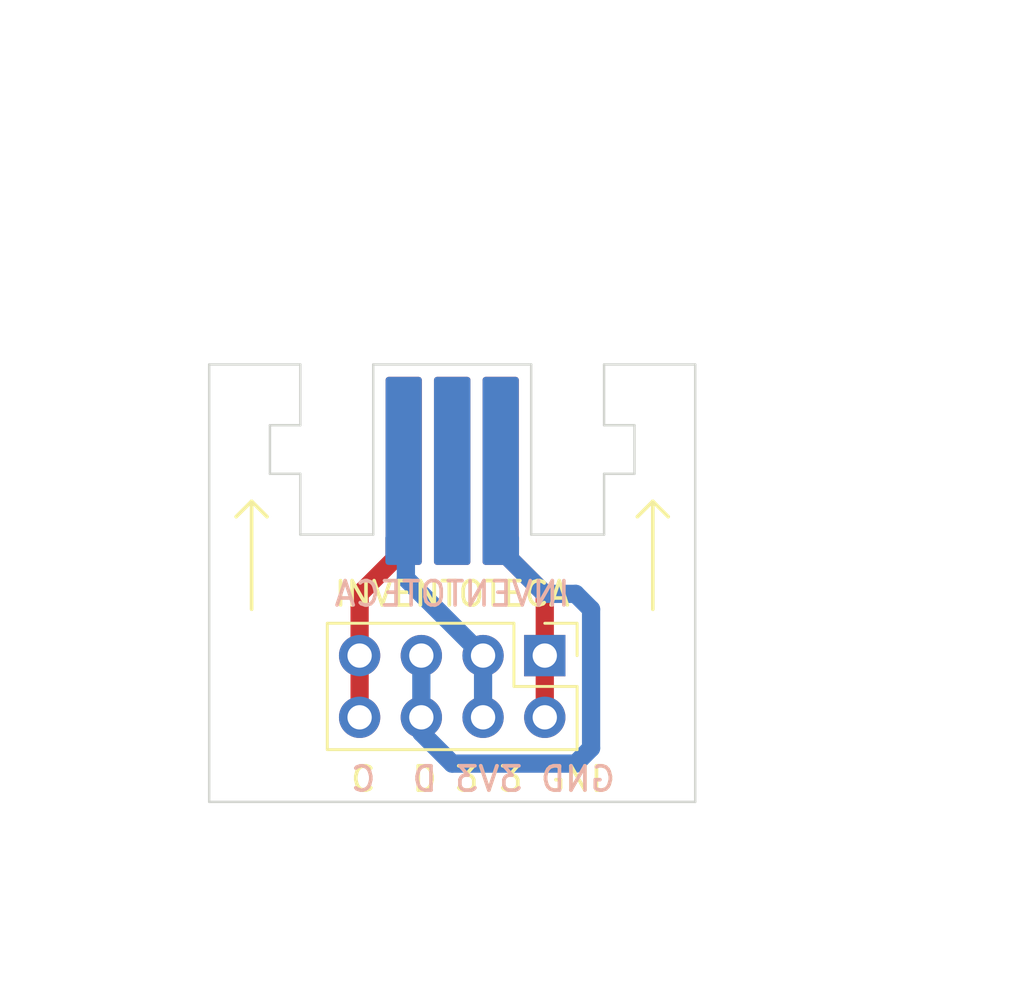
<source format=kicad_pcb>
(kicad_pcb (version 20211014) (generator pcbnew)
  (layers (0 "F.Cu" signal) (31 "B.Cu" signal) (34 "B.Paste" user) (35 "F.Paste" user) (36 "B.SilkS" user "B.Silkscreen") (37 "F.SilkS" user "F.Silkscreen") (38 "B.Mask" user) (39 "F.Mask" user) (44 "Edge.Cuts" user))
  (net 0 "")
  (net 1 "GND")
  (net 2 "VCC")
  (net 3 "/DATA")
  (net 4 "/CLK")
  (footprint "Connector_PinHeader_2.54mm:PinHeader_2x04_P2.54mm_Vertical" (layer "F.Cu") (at 3.81 -1.27 -90)
    (fp_text reference "J1" hide)
    (fp_text value "I2C")
    (fp_line (start 3.87 -1.33) (end 3.87 8.95) (layer "F.SilkS") (width 0.12))
    (fp_line (start -1.33 1.27) (end 1.27 1.27) (layer "F.SilkS") (width 0.12))
    (fp_line (start 1.27 1.27) (end 1.27 -1.33) (layer "F.SilkS") (width 0.12))
    (fp_line (start -1.33 0) (end -1.33 -1.33) (layer "F.SilkS") (width 0.12))
    (fp_line (start -1.33 8.95) (end 3.87 8.95) (layer "F.SilkS") (width 0.12))
    (fp_line (start -1.33 1.27) (end -1.33 8.95) (layer "F.SilkS") (width 0.12))
    (fp_line (start 1.27 -1.33) (end 3.87 -1.33) (layer "F.SilkS") (width 0.12))
    (fp_line (start -1.33 -1.33) (end 0 -1.33) (layer "F.SilkS") (width 0.12))
    (pad "1" thru_hole rect (at 0 0 270) (size 1.7 1.7) (drill 1) (layers *.Cu *.Mask) (net 1 "GND"))
    (pad "2" thru_hole oval (at 2.54 0 270) (size 1.7 1.7) (drill 1) (layers *.Cu *.Mask) (net 1 "GND"))
    (pad "3" thru_hole oval (at 0 2.54 270) (size 1.7 1.7) (drill 1) (layers *.Cu *.Mask) (net 2 "VCC"))
    (pad "4" thru_hole oval (at 2.54 2.54 270) (size 1.7 1.7) (drill 1) (layers *.Cu *.Mask) (net 2 "VCC"))
    (pad "5" thru_hole oval (at 0 5.08 270) (size 1.7 1.7) (drill 1) (layers *.Cu *.Mask) (net 3 "/DATA"))
    (pad "6" thru_hole oval (at 2.54 5.08 270) (size 1.7 1.7) (drill 1) (layers *.Cu *.Mask) (net 3 "/DATA"))
    (pad "7" thru_hole oval (at 0 7.62 270) (size 1.7 1.7) (drill 1) (layers *.Cu *.Mask) (net 4 "/CLK"))
    (pad "8" thru_hole oval (at 2.54 7.62 270) (size 1.7 1.7) (drill 1) (layers *.Cu *.Mask) (net 4 "/CLK"))
  )
  (gr_line (start 8.255 -3.175) (end 8.255 -7.62) (layer "F.SilkS") (width 0.15))
  (gr_line (start 8.255 -7.62) (end 8.89 -6.985) (layer "F.SilkS") (width 0.15))
  (gr_line (start -8.255 -7.62) (end -7.62 -6.985) (layer "F.SilkS") (width 0.15))
  (gr_line (start -8.255 -7.62) (end -8.89 -6.985) (layer "F.SilkS") (width 0.15))
  (gr_line (start -8.255 -3.175) (end -8.255 -7.62) (layer "F.SilkS") (width 0.15))
  (gr_line (start 8.255 -7.62) (end 7.62 -6.985) (layer "F.SilkS") (width 0.15))
  (gr_line (start 6.25 -10.75) (end 6.25 -13.25) (layer "Edge.Cuts") (width 0.1))
  (gr_line (start -6.25 -6.25) (end -3.25 -6.25) (layer "Edge.Cuts") (width 0.1))
  (gr_line (start -6.25 -8.75) (end -6.25 -6.25) (layer "Edge.Cuts") (width 0.1))
  (gr_line (start 7.5 -8.75) (end 7.5 -10.75) (layer "Edge.Cuts") (width 0.1))
  (gr_line (start -3.25 -13.25) (end 3.25 -13.25) (layer "Edge.Cuts") (width 0.1))
  (gr_line (start -6.25 -10.75) (end -7.5 -10.75) (layer "Edge.Cuts") (width 0.1))
  (gr_line (start -6.25 -13.25) (end -6.25 -10.75) (layer "Edge.Cuts") (width 0.1))
  (gr_line (start -7.5 -8.75) (end -6.25 -8.75) (layer "Edge.Cuts") (width 0.1))
  (gr_line (start -7.5 -10.75) (end -7.5 -8.75) (layer "Edge.Cuts") (width 0.1))
  (gr_line (start 3.25 -13.25) (end 3.25 -6.25) (layer "Edge.Cuts") (width 0.1))
  (gr_line (start -3.25 -6.25) (end -3.25 -13.25) (layer "Edge.Cuts") (width 0.1))
  (gr_line (start -10 4.75) (end -10 -13.25) (layer "Edge.Cuts") (width 0.1))
  (gr_line (start 3.25 -6.25) (end 6.25 -6.25) (layer "Edge.Cuts") (width 0.1))
  (gr_line (start 7.5 -10.75) (end 6.25 -10.75) (layer "Edge.Cuts") (width 0.1))
  (gr_line (start -10 -13.25) (end -6.25 -13.25) (layer "Edge.Cuts") (width 0.1))
  (gr_line (start 6.25 -6.25) (end 6.25 -8.75) (layer "Edge.Cuts") (width 0.1))
  (gr_line (start 6.25 -8.75) (end 7.5 -8.75) (layer "Edge.Cuts") (width 0.1))
  (gr_line (start 10 4.75) (end -10 4.75) (layer "Edge.Cuts") (width 0.1))
  (gr_line (start 6.25 -13.25) (end 10 -13.25) (layer "Edge.Cuts") (width 0.1))
  (gr_line (start 10 -13.25) (end 10 4.75) (layer "Edge.Cuts") (width 0.1))
  (gr_text "INVENTOTECA" (at 0 -3.81) (layer "B.SilkS") (effects (font (size 1 1)) (justify mirror)))
  (gr_text "GND 3V3 D  C" (at 1.27 3.81) (layer "B.SilkS") (effects (font (size 1 1)) (justify mirror)))
  (gr_text "C  D 3V3 GND" (at 1.27 3.81) (layer "F.SilkS") (effects (font (size 1 1))))
  (gr_text "INVENTOTECA" (at 0 -3.81) (layer "F.SilkS") (effects (font (size 1 1))))
  (segment (start 3.81 1.27) (end 3.81 -1.27) (width 0.75) (layer "F.Cu") (net 1))
  (segment (start 3.81 -1.27) (end 3.81 -3.81) (width 0.75) (layer "F.Cu") (net 1))
  (segment (start 3.81 -3.81) (end 1.905 -5.715) (width 0.75) (layer "F.Cu") (net 1))
  (segment (start 1.27 -1.27) (end -1.905 -4.445) (width 0.75) (layer "B.Cu") (net 2))
  (segment (start 1.27 -1.27) (end 1.27 1.27) (width 0.75) (layer "B.Cu") (net 2))
  (segment (start -1.905 -4.445) (end -1.905 -5.715) (width 0.75) (layer "B.Cu") (net 2))
  (segment (start 5.08 -3.81) (end 3.81 -3.81) (width 0.75) (layer "B.Cu") (net 3))
  (segment (start -1.27 1.27) (end -1.27 1.905) (width 0.75) (layer "B.Cu") (net 3))
  (segment (start 5.715 2.54) (end 5.715 -3.175) (width 0.75) (layer "B.Cu") (net 3))
  (segment (start 3.81 -3.81) (end 1.905 -5.715) (width 0.75) (layer "B.Cu") (net 3))
  (segment (start -1.27 -1.27) (end -1.27 1.27) (width 0.75) (layer "B.Cu") (net 3))
  (segment (start 5.715 -3.175) (end 5.08 -3.81) (width 0.75) (layer "B.Cu") (net 3))
  (segment (start 5.08 3.175) (end 5.715 2.54) (width 0.75) (layer "B.Cu") (net 3))
  (segment (start 0 3.175) (end 5.08 3.175) (width 0.75) (layer "B.Cu") (net 3))
  (segment (start -1.27 1.905) (end 0 3.175) (width 0.75) (layer "B.Cu") (net 3))
  (segment (start -3.81 -3.81) (end -1.905 -5.715) (width 0.75) (layer "F.Cu") (net 4))
  (segment (start -3.81 -1.27) (end -3.81 1.27) (width 0.75) (layer "F.Cu") (net 4))
  (segment (start -3.81 -1.27) (end -3.81 -3.81) (width 0.75) (layer "F.Cu") (net 4))
  (zone (net 0) (net_name "") (layer "F.Cu") (connect_pads (clearance 0.508)) (min_thickness 0.254) (fill yes (thermal_gap 0.508) (thermal_bridge_width 0.508))
    (polygon (pts (xy 0.75 -5) (xy -0.75 -5) (xy -0.75 -13) (xy 0.75 -13)))
  )
  (zone (net 1) (net_name "GND") (layer "F.Cu") (connect_pads (clearance 0.508)) (min_thickness 0.254) (fill yes (thermal_gap 0.508) (thermal_bridge_width 0.508))
    (polygon (pts (xy 2.75 -5) (xy 1.25 -5) (xy 1.25 -13) (xy 2.75 -13)))
  )
  (zone (net 4) (net_name "/CLK") (layer "F.Cu") (connect_pads (clearance 0.508)) (min_thickness 0.254) (fill yes (thermal_gap 0.508) (thermal_bridge_width 0.508))
    (polygon (pts (xy -1.25 -5) (xy -2.75 -5) (xy -2.75 -13) (xy -1.25 -13)))
  )
  (zone (net 2) (net_name "VCC") (layer "B.Cu") (connect_pads (clearance 0.508)) (min_thickness 0.254) (fill yes (thermal_gap 0.508) (thermal_bridge_width 0.508))
    (polygon (pts (xy -1.25 -5) (xy -2.75 -5) (xy -2.75 -13) (xy -1.25 -13)))
  )
  (zone (net 3) (net_name "/DATA") (layer "B.Cu") (connect_pads (clearance 0.508)) (min_thickness 0.254) (fill yes (thermal_gap 0.508) (thermal_bridge_width 0.508))
    (polygon (pts (xy 2.75 -5) (xy 1.25 -5) (xy 1.25 -13) (xy 2.75 -13)))
  )
  (zone (net 0) (net_name "") (layer "B.Cu") (connect_pads (clearance 0.508)) (min_thickness 0.254) (fill yes (thermal_gap 0.508) (thermal_bridge_width 0.508))
    (polygon (pts (xy 0.75 -5) (xy -0.75 -5) (xy -0.75 -13) (xy 0.75 -13)))
  )
)
</source>
